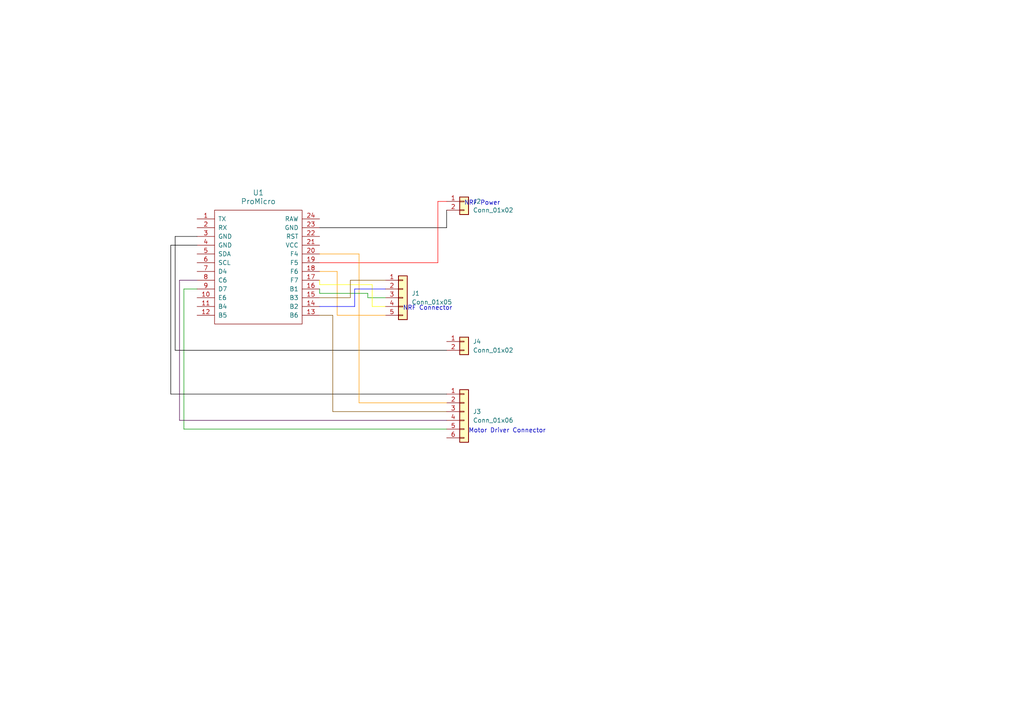
<source format=kicad_sch>
(kicad_sch (version 20230121) (generator eeschema)
  (paper "A4")
  (lib_symbols
    (symbol "Connector_Generic:Conn_01x02" (pin_names (offset 1.016) hide)
      (property "Reference" "J" (at 0 2.54 0))
      (property "Value" "Conn_01x02" (at 0 -5.08 0))
      (symbol "Conn_01x02_1_1"
        (rectangle (start -1.27 -2.413) (end 0 -2.667) (stroke (width 0.1524)))
        (rectangle (start -1.27 0.127) (end 0 -0.127) (stroke (width 0.1524)))
        (rectangle (start -1.27 1.27) (end 1.27 -3.81) (stroke (width 0.254)) (fill (type background)))
        (pin passive line (at -5.08 0 0) (length 3.81) (name "Pin_1") (number "1"))
        (pin passive line (at -5.08 -2.54 0) (length 3.81) (name "Pin_2") (number "2"))
      )
    )
    (symbol "Connector_Generic:Conn_01x05" (pin_names (offset 1.016) hide)
      (property "Reference" "J" (at 0 7.62 0))
      (property "Value" "Conn_01x05" (at 0 -7.62 0))
      (symbol "Conn_01x05_1_1"
        (rectangle (start -1.27 -4.953) (end 0 -5.207) (stroke (width 0.1524)))
        (rectangle (start -1.27 -2.413) (end 0 -2.667) (stroke (width 0.1524)))
        (rectangle (start -1.27 0.127) (end 0 -0.127) (stroke (width 0.1524)))
        (rectangle (start -1.27 2.667) (end 0 2.413) (stroke (width 0.1524)))
        (rectangle (start -1.27 5.207) (end 0 4.953) (stroke (width 0.1524)))
        (rectangle (start -1.27 6.35) (end 1.27 -6.35) (stroke (width 0.254)) (fill (type background)))
        (pin passive line (at -5.08 5.08 0) (length 3.81) (name "Pin_1") (number "1"))
        (pin passive line (at -5.08 2.54 0) (length 3.81) (name "Pin_2") (number "2"))
        (pin passive line (at -5.08 0 0) (length 3.81) (name "Pin_3") (number "3"))
        (pin passive line (at -5.08 -2.54 0) (length 3.81) (name "Pin_4") (number "4"))
        (pin passive line (at -5.08 -5.08 0) (length 3.81) (name "Pin_5") (number "5"))
      )
    )
    (symbol "Connector_Generic:Conn_01x06" (pin_names (offset 1.016) hide)
      (property "Reference" "J" (at 0 7.62 0))
      (property "Value" "Conn_01x06" (at 0 -10.16 0))
      (symbol "Conn_01x06_1_1"
        (rectangle (start -1.27 -7.493) (end 0 -7.747) (stroke (width 0.1524)))
        (rectangle (start -1.27 -4.953) (end 0 -5.207) (stroke (width 0.1524)))
        (rectangle (start -1.27 -2.413) (end 0 -2.667) (stroke (width 0.1524)))
        (rectangle (start -1.27 0.127) (end 0 -0.127) (stroke (width 0.1524)))
        (rectangle (start -1.27 2.667) (end 0 2.413) (stroke (width 0.1524)))
        (rectangle (start -1.27 5.207) (end 0 4.953) (stroke (width 0.1524)))
        (rectangle (start -1.27 6.35) (end 1.27 -8.89) (stroke (width 0.254)) (fill (type background)))
        (pin passive line (at -5.08 5.08 0) (length 3.81) (name "Pin_1") (number "1"))
        (pin passive line (at -5.08 2.54 0) (length 3.81) (name "Pin_2") (number "2"))
        (pin passive line (at -5.08 0 0) (length 3.81) (name "Pin_3") (number "3"))
        (pin passive line (at -5.08 -2.54 0) (length 3.81) (name "Pin_4") (number "4"))
        (pin passive line (at -5.08 -5.08 0) (length 3.81) (name "Pin_5") (number "5"))
        (pin passive line (at -5.08 -7.62 0) (length 3.81) (name "Pin_6") (number "6"))
      )
    )
    (symbol "promicro:ProMicro" (pin_names (offset 1.016))
      (property "Reference" "U" (at 0 24.13 0))
      (property "Value" "ProMicro" (at 0 -13.97 0))
      (symbol "ProMicro_0_1"
        (rectangle (start -12.7 21.59) (end 12.7 -11.43))
      )
      (symbol "ProMicro_1_1"
        (pin bidirectional line (at -17.78 19.05 0) (length 5.08) (name "TX") (number "1"))
        (pin bidirectional line (at -17.78 -3.81 0) (length 5.08) (name "E6") (number "10"))
        (pin bidirectional line (at -17.78 -6.35 0) (length 5.08) (name "B4") (number "11"))
        (pin bidirectional line (at -17.78 -8.89 0) (length 5.08) (name "B5") (number "12"))
        (pin bidirectional line (at 17.78 -8.89 180) (length 5.08) (name "B6") (number "13"))
        (pin bidirectional line (at 17.78 -6.35 180) (length 5.08) (name "B2") (number "14"))
        (pin bidirectional line (at 17.78 -3.81 180) (length 5.08) (name "B3") (number "15"))
        (pin bidirectional line (at 17.78 -1.27 180) (length 5.08) (name "B1") (number "16"))
        (pin bidirectional line (at 17.78 1.27 180) (length 5.08) (name "F7") (number "17"))
        (pin bidirectional line (at 17.78 3.81 180) (length 5.08) (name "F6") (number "18"))
        (pin bidirectional line (at 17.78 6.35 180) (length 5.08) (name "F5") (number "19"))
        (pin bidirectional line (at -17.78 16.51 0) (length 5.08) (name "RX") (number "2"))
        (pin bidirectional line (at 17.78 8.89 180) (length 5.08) (name "F4") (number "20"))
        (pin power_in line (at 17.78 11.43 180) (length 5.08) (name "VCC") (number "21"))
        (pin input line (at 17.78 13.97 180) (length 5.08) (name "RST") (number "22"))
        (pin power_in line (at 17.78 16.51 180) (length 5.08) (name "GND") (number "23"))
        (pin power_out line (at 17.78 19.05 180) (length 5.08) (name "RAW") (number "24"))
        (pin power_in line (at -17.78 13.97 0) (length 5.08) (name "GND") (number "3"))
        (pin power_in line (at -17.78 11.43 0) (length 5.08) (name "GND") (number "4"))
        (pin bidirectional line (at -17.78 8.89 0) (length 5.08) (name "SDA") (number "5"))
        (pin bidirectional line (at -17.78 6.35 0) (length 5.08) (name "SCL") (number "6"))
        (pin bidirectional line (at -17.78 3.81 0) (length 5.08) (name "D4") (number "7"))
        (pin bidirectional line (at -17.78 1.27 0) (length 5.08) (name "C6") (number "8"))
        (pin bidirectional line (at -17.78 -1.27 0) (length 5.08) (name "D7") (number "9"))
      )
    )
  )
  (wire (pts (xy 57.15 81.28) (xy 52.07 81.28)) (stroke (width 0) (color 72 0 72 1)))
  (wire (pts (xy 106.68 85.09) (xy 92.71 85.09)))
  (wire (pts (xy 104.14 116.84) (xy 129.54 116.84)) (stroke (width 0) (color 255 153 0 1)))
  (wire (pts (xy 111.76 86.36) (xy 106.68 86.36)))
  (wire (pts (xy 106.68 86.36) (xy 106.68 85.09)))
  (wire (pts (xy 129.54 66.04) (xy 129.54 60.96)) (stroke (width 0) (color 0 0 0 1)))
  (wire (pts (xy 102.87 88.9) (xy 102.87 83.82)) (stroke (width 0) (color 0 0 255 1)))
  (wire (pts (xy 92.71 86.36) (xy 101.6 86.36)) (stroke (width 0) (color 128 77 0 1)))
  (wire (pts (xy 104.14 73.66) (xy 104.14 116.84)) (stroke (width 0) (color 255 153 0 1)))
  (wire (pts (xy 101.6 81.28) (xy 111.76 81.28)) (stroke (width 0) (color 128 77 0 1)))
  (wire (pts (xy 50.8 101.6) (xy 129.54 101.6)) (stroke (width 0) (color 0 0 0 1)))
  (wire (pts (xy 96.52 91.44) (xy 96.52 119.38)) (stroke (width 0) (color 128 77 0 1)))
  (wire (pts (xy 92.71 88.9) (xy 102.87 88.9)) (stroke (width 0) (color 0 0 255 1)))
  (wire (pts (xy 96.52 119.38) (xy 129.54 119.38)) (stroke (width 0) (color 128 77 0 1)))
  (wire (pts (xy 92.71 91.44) (xy 96.52 91.44)) (stroke (width 0) (color 128 77 0 1)))
  (wire (pts (xy 97.79 78.74) (xy 92.71 78.74)) (stroke (width 0) (color 255 153 0 1)))
  (wire (pts (xy 52.07 81.28) (xy 52.07 121.92)) (stroke (width 0) (color 72 0 72 1)))
  (wire (pts (xy 127 76.2) (xy 127 58.42)) (stroke (width 0) (color 255 0 0 1)))
  (wire (pts (xy 101.6 86.36) (xy 101.6 81.28)) (stroke (width 0) (color 128 77 0 1)))
  (wire (pts (xy 52.07 121.92) (xy 129.54 121.92)) (stroke (width 0) (color 72 0 72 1)))
  (wire (pts (xy 92.71 85.09) (xy 92.71 83.82)))
  (wire (pts (xy 111.76 91.44) (xy 97.79 91.44)) (stroke (width 0) (color 255 153 0 1)))
  (wire (pts (xy 53.34 124.46) (xy 129.54 124.46)))
  (wire (pts (xy 50.8 68.58) (xy 50.8 101.6)) (stroke (width 0) (color 0 0 0 1)))
  (wire (pts (xy 49.53 71.12) (xy 49.53 114.3)) (stroke (width 0) (color 0 0 0 1)))
  (wire (pts (xy 127 58.42) (xy 129.54 58.42)) (stroke (width 0) (color 255 0 0 1)))
  (wire (pts (xy 92.71 76.2) (xy 127 76.2)) (stroke (width 0) (color 255 0 0 1)))
  (wire (pts (xy 92.71 66.04) (xy 129.54 66.04)) (stroke (width 0) (color 0 0 0 1)))
  (wire (pts (xy 92.71 82.55) (xy 92.71 81.28)) (stroke (width 0) (color 255 255 0 1)))
  (wire (pts (xy 49.53 114.3) (xy 129.54 114.3)) (stroke (width 0) (color 0 0 0 1)))
  (wire (pts (xy 57.15 68.58) (xy 50.8 68.58)) (stroke (width 0) (color 0 0 0 1)))
  (wire (pts (xy 107.95 88.9) (xy 107.95 82.55)) (stroke (width 0) (color 255 255 0 1)))
  (wire (pts (xy 102.87 83.82) (xy 111.76 83.82)) (stroke (width 0) (color 0 0 255 1)))
  (wire (pts (xy 97.79 91.44) (xy 97.79 78.74)) (stroke (width 0) (color 255 153 0 1)))
  (wire (pts (xy 57.15 71.12) (xy 49.53 71.12)) (stroke (width 0) (color 0 0 0 1)))
  (wire (pts (xy 53.34 83.82) (xy 53.34 124.46)))
  (wire (pts (xy 111.76 88.9) (xy 107.95 88.9)) (stroke (width 0) (color 255 255 0 1)))
  (wire (pts (xy 57.15 83.82) (xy 53.34 83.82)))
  (wire (pts (xy 92.71 73.66) (xy 104.14 73.66)) (stroke (width 0) (color 255 153 0 1)))
  (wire (pts (xy 107.95 82.55) (xy 92.71 82.55)) (stroke (width 0) (color 255 255 0 1)))
  (text "Motor Driver Connector\n" (at 135.89 125.73 0) (effects (font (size 1.27 1.27)) (justify left bottom)))
  (text "NRF Connector\n" (at 116.84 90.17 0) (effects (font (size 1.27 1.27)) (justify left bottom)))
  (text "NRF Power\n" (at 134.62 59.69 0) (effects (font (size 1.27 1.27)) (justify left bottom)))
  (symbol (lib_id "promicro:ProMicro") (at 74.93 82.55 0) (unit 1)
    (property "Reference" "U1" (at 74.93 55.88 0) (effects (font (size 1.524 1.524))))
    (property "Value" "ProMicro" (at 74.93 58.42 0) (effects (font (size 1.524 1.524))))
  )
  (symbol (lib_id "Connector_Generic:Conn_01x02") (at 134.62 58.42 0) (unit 1)
    (property "Reference" "J2" (at 137.16 58.42 0) (effects (justify left)))
    (property "Value" "Conn_01x02" (at 137.16 60.96 0) (effects (justify left)))
  )
  (symbol (lib_id "Connector_Generic:Conn_01x05") (at 116.84 86.36 0) (unit 1)
    (property "Reference" "J1" (at 119.38 85.09 0) (effects (justify left)))
    (property "Value" "Conn_01x05" (at 119.38 87.63 0) (effects (justify left)))
  )
  (symbol (lib_id "Connector_Generic:Conn_01x06") (at 134.62 119.38 0) (unit 1)
    (property "Reference" "J3" (at 137.16 119.38 0) (effects (justify left)))
    (property "Value" "Conn_01x06" (at 137.16 121.92 0) (effects (justify left)))
  )
  (symbol (lib_id "Connector_Generic:Conn_01x02") (at 134.62 99.06 0) (unit 1)
    (property "Reference" "J4" (at 137.16 99.06 0) (effects (justify left)))
    (property "Value" "Conn_01x02" (at 137.16 101.6 0) (effects (justify left)))
  )
)
</source>
